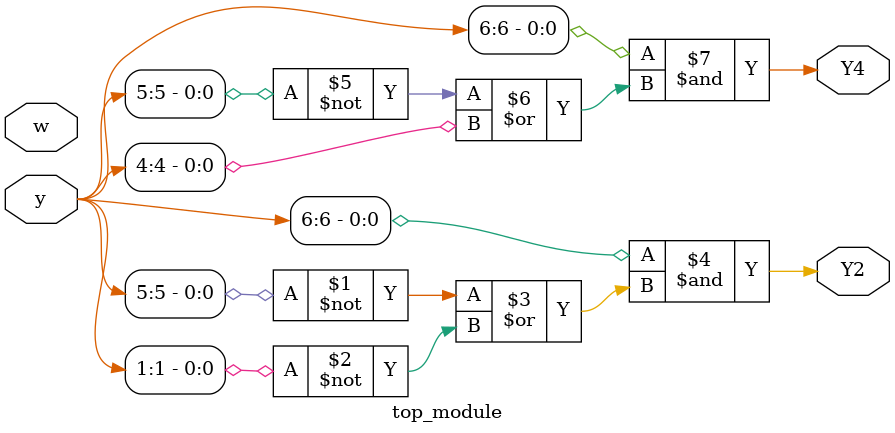
<source format=sv>
module top_module (
    input [6:1] y,
    input w,
    output Y2,
    output Y4
);

// Next state logic
assign Y2 = y[6] & (~y[5] | ~y[1]);
assign Y4 = y[6] & (~y[5] | y[4]);

endmodule

</source>
